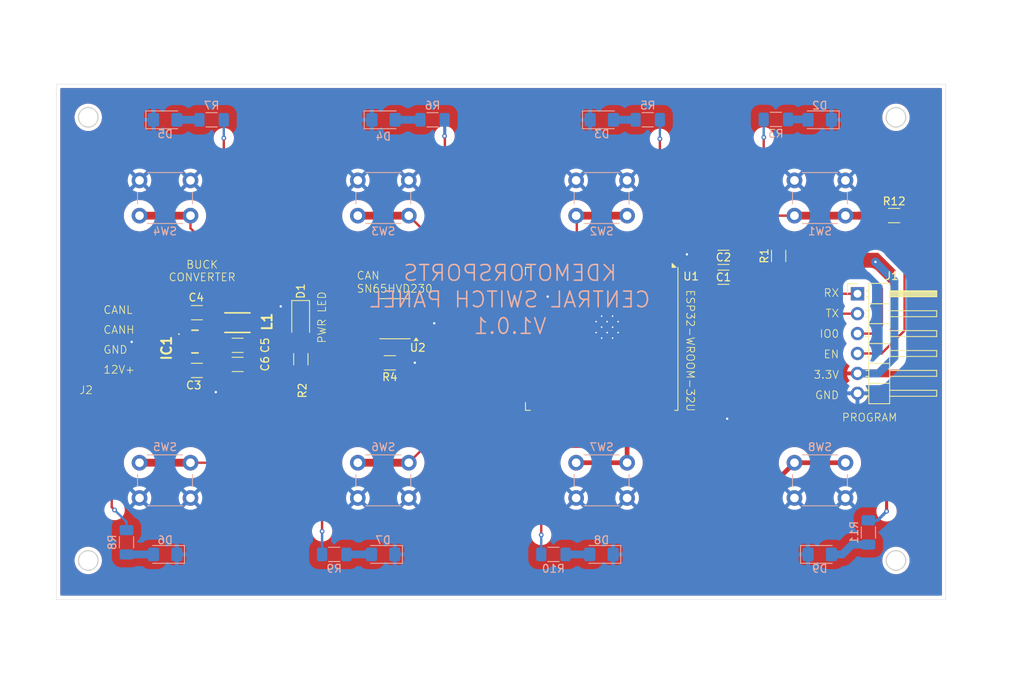
<source format=kicad_pcb>
(kicad_pcb (version 20241229) (generator "pcbnew") (generator_version "9.0")
  (layers (0 "F.Cu" signal) (2 "B.Cu" signal) (13 "F.Paste" user) (15 "B.Paste" user) (5 "F.SilkS" user "F.Silkscreen") (7 "B.SilkS" user "B.Silkscreen") (1 "F.Mask" user) (3 "B.Mask" user) (25 "Edge.Cuts" user))
  (net 0 "")
  (net 1 "+3.3V")
  (net 2 "GND")
  (net 3 "/RX")
  (net 4 "/EN")
  (net 5 "/TX")
  (net 6 "/IO0")
  (net 9 "Net-(D2-A)")
  (net 12 "Net-(D3-A)")
  (net 13 "Net-(D4-A)")
  (net 14 "Net-(D5-A)")
  (net 15 "Net-(D6-A)")
  (net 18 "Net-(D7-A)")
  (net 19 "Net-(D8-A)")
  (net 22 "Net-(D9-A)")
  (net 23 "/LED1")
  (net 24 "/LED2")
  (net 25 "/LED3")
  (net 26 "/LED4")
  (net 29 "/LED5")
  (net 32 "+12V")
  (net 33 "Net-(IC1-SW)")
  (net 34 "Net-(IC1-BST)")
  (net 35 "/CANH")
  (net 36 "/CANL")
  (net 37 "Net-(D1-A)")
  (net 38 "/LED6")
  (net 39 "Net-(U2-Rs)")
  (net 40 "/LED7")
  (net 41 "/CAN_TX")
  (net 42 "/CAN_RX")
  (net 44 "/LED8")
  (net 45 "/BTN01")
  (net 46 "/BTN02")
  (net 47 "/BTN03")
  (net 48 "/BTN04")
  (net 49 "/BTN05")
  (net 50 "/BTN06")
  (net 51 "/BTN07")
  (net 52 "/BTN08")
  (footprint "Capacitor_SMD:C_1206_3216Metric_Pad1.33x1.80mm_HandSolder" (layer "F.Cu") (at 47.8 83.0684 180)
    (property "Reference" "C6")
    (property "Value" "22uF")
  )
  (footprint "RF_Module:ESP32-WROOM-32U" (layer "F.Cu") (at 94.2266 79.8054 -90)
    (property "Reference" "U1")
    (property "Value" "ESP32-WROOM-32" (hide yes))
  )
  (footprint "Package_SO:SOIC-8_3.9x4.9mm_P1.27mm" (layer "F.Cu") (at 67.8616 77.2318 180)
    (property "Reference" "U2")
    (property "Value" "SN65HVD230")
  )
  (footprint "Capacitor_SMD:C_1206_3216Metric_Pad1.33x1.80mm_HandSolder" (layer "F.Cu") (at 47.8 80.6264 180)
    (property "Reference" "C5")
    (property "Value" "22uF")
  )
  (footprint "Capacitor_SMD:C_1206_3216Metric" (layer "F.Cu") (at 42.6116 76.4644)
    (property "Reference" "C4")
    (property "Value" "100nF")
  )
  (footprint "Capacitor_SMD:C_1206_3216Metric" (layer "F.Cu") (at 42.6116 83.8304)
    (property "Reference" "C3")
    (property "Value" "10uF")
  )
  (footprint "CustomLibraries:INDM3225X240N" (layer "F.Cu") (at 47.77 77.7344)
    (property "Reference" "L1")
    (property "Value" "NLV32T-3R9J-EF (3.9uH)" (hide yes))
  )
  (footprint "Resistor_SMD:R_1206_3216Metric_Pad1.30x1.75mm_HandSolder" (layer "F.Cu") (at 67.2066 82.8604 180)
    (property "Reference" "R4")
    (property "Value" "10k")
  )
  (footprint "CustomLibraries:AP63203WU7" (layer "F.Cu") (at 42.3626 80.1504 -90)
    (property "Reference" "IC1")
    (property "Value" "AP63203WU-7" (hide yes))
  )
  (footprint "Resistor_SMD:R_1206_3216Metric_Pad1.30x1.75mm_HandSolder" (layer "F.Cu") (at 116.7866 69.2204 90)
    (property "Reference" "R1")
    (property "Value" "10k")
  )
  (footprint "Capacitor_SMD:C_1206_3216Metric_Pad1.33x1.80mm_HandSolder" (layer "F.Cu") (at 109.7566 71.9404 180)
    (property "Reference" "C1")
    (property "Value" "22uF" (hide yes))
  )
  (footprint "Resistor_SMD:R_1206_3216Metric_Pad1.30x1.75mm_HandSolder" (layer "F.Cu") (at 55.8566 82.4004 90)
    (property "Reference" "R2")
    (property "Value" "340" (hide yes))
  )
  (footprint "CustomLibraries:CAN_PLUS_POWER" (layer "F.Cu") (at 26.0666 88.9004)
    (property "Reference" "J2")
    (property "Value" "Conn_01x04")
  )
  (footprint "Connector_PinHeader_2.54mm:PinHeader_1x06_P2.54mm_Horizontal" (layer "F.Cu") (at 126.8466 74.0504)
    (property "Reference" "J1")
    (property "Value" "Conn_01x06")
  )
  (footprint "Capacitor_SMD:C_1206_3216Metric_Pad1.33x1.80mm_HandSolder" (layer "F.Cu") (at 109.7566 69.4004 180)
    (property "Reference" "C2")
    (property "Value" "0.1uF" (hide yes))
  )
  (footprint "LED_SMD:LED_1206_3216Metric_Pad1.42x1.75mm_HandSolder" (layer "F.Cu") (at 55.8388 77.3735 -90)
    (property "Reference" "D1")
    (property "Value" "LED")
  )
  (footprint "Resistor_SMD:R_1206_3216Metric_Pad1.30x1.75mm_HandSolder" (layer "F.Cu") (at 131.5166 64.0704)
    (property "Reference" "R12")
    (property "Value" "10k")
  )
  (footprint "Resistor_SMD:R_1206_3216Metric_Pad1.30x1.75mm_HandSolder" (layer "B.Cu") (at 88.0666 107.3104)
    (property "Reference" "R10")
    (property "Value" "340")
  )
  (footprint "LED_SMD:LED_1206_3216Metric_Pad1.42x1.75mm_HandSolder" (layer "B.Cu") (at 66.3541 107.3104 180)
    (property "Reference" "D7")
    (property "Value" "LED")
  )
  (footprint "LED_SMD:LED_1206_3216Metric_Pad1.42x1.75mm_HandSolder" (layer "B.Cu") (at 94.1941 107.3104 180)
    (property "Reference" "D8")
    (property "Value" "LED")
  )
  (footprint "Resistor_SMD:R_1206_3216Metric_Pad1.30x1.75mm_HandSolder" (layer "B.Cu") (at 33.6266 105.7604 -90)
    (property "Reference" "R8")
    (property "Value" "340")
  )
  (footprint "Button_Switch_THT:SW_PUSH_6mm" (layer "B.Cu") (at 125.3066 95.6104 180)
    (property "Reference" "SW8")
    (property "Value" "SW_Push")
  )
  (footprint "Resistor_SMD:R_1206_3216Metric_Pad1.30x1.75mm_HandSolder" (layer "B.Cu") (at 116.4366 51.8004)
    (property "Reference" "R3")
    (property "Value" "340")
  )
  (footprint "Resistor_SMD:R_1206_3216Metric_Pad1.30x1.75mm_HandSolder" (layer "B.Cu") (at 44.4866 51.8504 180)
    (property "Reference" "R7")
    (property "Value" "340")
  )
  (footprint "Button_Switch_THT:SW_PUSH_6mm" (layer "B.Cu") (at 41.7866 95.6104 180)
    (property "Reference" "SW5")
    (property "Value" "SW_Push")
  )
  (footprint "LED_SMD:LED_1206_3216Metric_Pad1.42x1.75mm_HandSolder" (layer "B.Cu") (at 122.0341 107.3104)
    (property "Reference" "D9")
    (property "Value" "LED")
  )
  (footprint "Resistor_SMD:R_1206_3216Metric_Pad1.30x1.75mm_HandSolder" (layer "B.Cu") (at 72.6566 51.8504 180)
    (property "Reference" "R6")
    (property "Value" "340")
  )
  (footprint "Resistor_SMD:R_1206_3216Metric_Pad1.30x1.75mm_HandSolder" (layer "B.Cu") (at 100.0966 51.8404 180)
    (property "Reference" "R5")
    (property "Value" "340")
  )
  (footprint "Button_Switch_THT:SW_PUSH_6mm" (layer "B.Cu") (at 97.4666 95.6104 180)
    (property "Reference" "SW7")
    (property "Value" "SW_Push")
  )
  (footprint "Button_Switch_THT:SW_PUSH_6mm" (layer "B.Cu") (at 69.6266 95.6104 180)
    (property "Reference" "SW6")
    (property "Value" "SW_Push")
  )
  (footprint "LED_SMD:LED_1206_3216Metric_Pad1.42x1.75mm_HandSolder" (layer "B.Cu") (at 66.3991 51.8504)
    (property "Reference" "D4")
    (property "Value" "LED")
  )
  (footprint "LED_SMD:LED_1206_3216Metric_Pad1.42x1.75mm_HandSolder" (layer "B.Cu") (at 122.0341 51.8504 180)
    (property "Reference" "D2")
    (property "Value" "LED")
  )
  (footprint "Button_Switch_THT:SW_PUSH_6mm" (layer "B.Cu") (at 90.9666 64.0804)
    (property "Reference" "SW2")
    (property "Value" "SW_Push")
  )
  (footprint "Resistor_SMD:R_1206_3216Metric_Pad1.30x1.75mm_HandSolder" (layer "B.Cu") (at 128.2366 104.5104 -90)
    (property "Reference" "R11")
    (property "Value" "340")
  )
  (footprint "Button_Switch_THT:SW_PUSH_6mm" (layer "B.Cu") (at 118.8066 64.0804)
    (property "Reference" "SW1")
    (property "Value" "SW_Push")
  )
  (footprint "Button_Switch_THT:SW_PUSH_6mm" (layer "B.Cu") (at 63.1266 64.0804)
    (property "Reference" "SW3")
    (property "Value" "SW_Push")
  )
  (footprint "LED_SMD:LED_1206_3216Metric_Pad1.42x1.75mm_HandSolder" (layer "B.Cu") (at 38.5591 107.3104 180)
    (property "Reference" "D6")
    (property "Value" "LED")
  )
  (footprint "LED_SMD:LED_1206_3216Metric_Pad1.42x1.75mm_HandSolder" (layer "B.Cu") (at 38.5591 51.8504)
    (property "Reference" "D5")
    (property "Value" "LED")
  )
  (footprint "LED_SMD:LED_1206_3216Metric_Pad1.42x1.75mm_HandSolder" (layer "B.Cu") (at 94.2391 51.8504)
    (property "Reference" "D3")
    (property "Value" "LED")
  )
  (footprint "Resistor_SMD:R_1206_3216Metric_Pad1.30x1.75mm_HandSolder" (layer "B.Cu") (at 60.1166 107.3104)
    (property "Reference" "R9")
    (property "Value" "340")
  )
  (footprint "Button_Switch_THT:SW_PUSH_6mm" (layer "B.Cu") (at 35.2866 64.0804)
    (property "Reference" "SW4")
    (property "Value" "SW_Push")
  )
  (gr_rect (start 24.6866 47.3004) (end 138.1066 113.0704) (stroke (width 0.05)) (fill no) (layer "Edge.Cuts"))
  (gr_circle (center 28.750676 51.530516) (end 30.000676 51.530516) (stroke (width 0.16)) (fill no) (layer "Edge.Cuts"))
  (gr_circle (center 131.750676 51.530516) (end 133.000676 51.530516) (stroke (width 0.16)) (fill no) (layer "Edge.Cuts"))
  (gr_circle (center 131.750676 108.083071) (end 130.500676 108.083071) (stroke (width 0.16)) (fill no) (layer "Edge.Cuts"))
  (gr_circle (center 28.750676 108.083071) (end 27.500676 108.083071) (stroke (width 0.16)) (fill no) (layer "Edge.Cuts"))
  (gr_text "PWR LED" (at 59.1366 80.4404 90) (layer "F.SilkS") (effects (font (size 1 1) (thickness 0.1)) (justify left bottom)))
  (gr_text "IO0" (at 124.5566 79.1604 0) (layer "F.SilkS") (effects (font (size 1 1) (thickness 0.1)) (justify right)))
  (gr_text "EN" (at 124.5566 81.7704 0) (layer "F.SilkS") (effects (font (size 1 1) (thickness 0.1)) (justify right)))
  (gr_text "PROGRAM" (at 124.7966 90.4204 0) (layer "F.SilkS") (effects (font (size 1 1) (thickness 0.1)) (justify left bottom)))
  (gr_text "3.3V" (at 124.5566 84.3804 0) (layer "F.SilkS") (effects (font (size 1 1) (thickness 0.1)) (justify right)))
  (gr_text "RX" (at 124.5566 73.9404 0) (layer "F.SilkS") (effects (font (size 1 1) (thickness 0.1)) (justify right)))
  (gr_text "GND" (at 124.5566 86.9904 0) (layer "F.SilkS") (effects (font (size 1 1) (thickness 0.1)) (justify right)))
  (gr_text "CAN" (at 62.9266 72.3104 0) (layer "F.SilkS") (effects (font (size 1 1) (thickness 0.1)) (justify left bottom)))
  (gr_text "BUCK\nCONVERTER" (at 43.2766 71.1304 0) (layer "F.SilkS") (effects (font (size 1 1) (thickness 0.1))))
  (gr_text "ESP32-WROOM-32U" (at 104.9466 73.4604 270) (layer "F.SilkS") (effects (font (size 1 1) (thickness 0.1)) (justify left bottom)))
  (gr_text "SN65HVD230" (at 62.9266 73.9804 0) (layer "F.SilkS") (effects (font (size 1 1) (thickness 0.1)) (justify left bottom)))
  (gr_text "TX" (at 124.5566 76.5504 0) (layer "F.SilkS") (effects (font (size 1 1) (thickness 0.1)) (justify right)))
  (gr_text "CENTRAL SWITCH PANEL" (at 100.574697 75.9604 0) (layer "B.SilkS") (effects (font (size 2 2) (thickness 0.2)) (justify left bottom mirror)))
  (gr_text "KDEMOTORSPORTS" (at 96.288981 72.5704 0) (layer "B.SilkS") (effects (font (size 2 2) (thickness 0.2)) (justify left bottom mirror)))
  (gr_text "V1.0.1" (at 87.3366 79.3504 0) (layer "B.SilkS") (effects (font (size 2 2) (thickness 0.2)) (justify left bottom mirror)))
  (segment (start 68.413 76.5968) (end 70.3366 76.5968) (width 0.4) (layer "F.Cu") (net 1))
  (segment (start 55.8566 84.9804) (end 55.8566 83.9504) (width 0.3) (layer "F.Cu") (net 1))
  (segment (start 64.7666 86.7104) (end 57.5866 86.7104) (width 0.3) (layer "F.Cu") (net 1))
  (segment (start 116.7866 70.7704) (end 118.5766 70.7704) (width 0.7) (layer "F.Cu") (net 1))
  (segment (start 49.27 75.5038) (end 49.27 77.7344) (width 0.6) (layer "F.Cu") (net 1))
  (segment (start 57.5866 86.7104) (end 55.8566 84.9804) (width 0.3) (layer "F.Cu") (net 1))
  (segment (start 39.1766 79.2004) (end 38.6866 78.7104) (width 0.6) (layer "F.Cu") (net 1))
  (segment (start 47.4366 73.6704) (end 49.27 75.5038) (width 0.6) (layer "F.Cu") (net 1))
  (segment (start 67.1566 84.3204) (end 64.7666 86.7104) (width 0.3) (layer "F.Cu") (net 1))
  (segment (start 110.8566 67.4904) (end 111.3191 67.9529) (width 0.7) (layer "F.Cu") (net 1))
  (segment (start 39.8466 73.6704) (end 47.4366 73.6704) (width 0.6) (layer "F.Cu") (net 1))
  (segment (start 126.8466 84.2104) (end 135.8966 84.2104) (width 1) (layer "F.Cu") (net 1))
  (segment (start 111.3191 69.4004) (end 111.3191 71.9404) (width 0.7) (layer "F.Cu") (net 1))
  (segment (start 101.2116 71.0554) (end 101.2116 69.8354) (width 0.7) (layer "F.Cu") (net 1))
  (segment (start 118.5766 70.7704) (end 119.3566 69.9904) (width 0.7) (layer "F.Cu") (net 1))
  (segment (start 67.8666 73.8304) (end 67.8666 76.0504) (width 0.4) (layer "F.Cu") (net 1))
  (segment (start 101.2116 69.8354) (end 103.5566 67.4904) (width 0.7) (layer "F.Cu") (net 1))
  (segment (start 69.0302 76.5968) (end 67.1566 78.4704) (width 0.3) (layer "F.Cu") (net 1))
  (segment (start 38.6866 74.8304) (end 39.8466 73.6704) (width 0.6) (layer "F.Cu") (net 1))
  (segment (start 113.7466 71.9404) (end 114.9166 70.7704) (width 0.7) (layer "F.Cu") (net 1))
  (segment (start 41.2636 79.2004) (end 39.1766 79.2004) (width 0.6) (layer "F.Cu") (net 1))
  (segment (start 38.6866 78.7104) (end 38.6866 74.8304) (width 0.6) (layer "F.Cu") (net 1))
  (segment (start 111.3191 71.9404) (end 113.7466 71.9404) (width 0.7) (layer "F.Cu") (net 1))
  (segment (start 101.2116 71.0554) (end 101.2116 71.8554) (width 0.4) (layer "F.Cu") (net 1))
  (segment (start 68.8366 72.8604) (end 67.8666 73.8304) (width 0.4) (layer "F.Cu") (net 1))
  (segment (start 103.5566 67.4904) (end 110.8566 67.4904) (width 0.7) (layer "F.Cu") (net 1))
  (segment (start 111.3191 71.9404) (end 111.3191 72.3379) (width 0.7) (layer "F.Cu") (net 1))
  (segment (start 67.8666 76.0504) (end 68.413 76.5968) (width 0.4) (layer "F.Cu") (net 1))
  (segment (start 49.3625 83.0684) (end 54.9746 83.0684) (width 0.7) (layer "F.Cu") (net 1))
  (segment (start 67.1566 78.4704) (end 67.1566 84.3204) (width 0.3) (layer "F.Cu") (net 1))
  (segment (start 119.3566 69.9904) (end 129.1366 69.9904) (width 0.7) (layer "F.Cu") (net 1))
  (segment (start 111.3191 67.9529) (end 111.3191 69.4004) (width 0.7) (layer "F.Cu") (net 1))
  (segment (start 114.9166 70.7704) (end 116.7866 70.7704) (width 0.7) (layer "F.Cu") (net 1))
  (segment (start 70.3366 76.5968) (end 69.0302 76.5968) (width 0.4) (layer "F.Cu") (net 1))
  (segment (start 100.2066 72.8604) (end 68.8366 72.8604) (width 0.4) (layer "F.Cu") (net 1))
  (segment (start 54.9746 83.0684) (end 55.8566 83.9504) (width 0.7) (layer "F.Cu") (net 1))
  (segment (start 101.2116 71.8554) (end 100.2066 72.8604) (width 0.4) (layer "F.Cu") (net 1))
  (via (at 129.1366 69.9904) (size 1.1) (drill 0.3) (layers "F.Cu" "B.Cu") (net 1))
  (segment (start 131.5566 72.4104) (end 129.1366 69.9904) (width 1) (layer "B.Cu") (net 1))
  (segment (start 131.5566 82.1604) (end 131.5566 72.4104) (width 1) (layer "B.Cu") (net 1))
  (segment (start 129.5066 84.2104) (end 131.5566 82.1604) (width 1) (layer "B.Cu") (net 1))
  (segment (start 126.8466 84.2104) (end 129.5066 84.2104) (width 1) (layer "B.Cu") (net 1))
  (segment (start 43.4616 81.1004) (end 43.4616 81.9704) (width 0.6) (layer "F.Cu") (net 2))
  (segment (start 102.4816 88.5554) (end 106.7116 88.5554) (width 0.7) (layer "F.Cu") (net 2))
  (segment (start 54.5222 75.886) (end 55.8388 75.886) (width 0.2) (layer "F.Cu") (net 2))
  (segment (start 43.4616 81.9704) (end 44.0866 82.5954) (width 0.6) (layer "F.Cu") (net 2))
  (segment (start 44.6916 83.8304) (end 45.4536 83.0684) (width 0.7) (layer "F.Cu") (net 2))
  (segment (start 107.9866 89.8304) (end 108.1466 89.9904) (width 0.7) (layer "F.Cu") (net 2))
  (segment (start 44.0866 85.6704) (end 45.0166 86.6004) (width 0.6) (layer "F.Cu") (net 2))
  (segment (start 106.7116 88.5554) (end 107.9866 89.8304) (width 0.7) (layer "F.Cu") (net 2))
  (segment (start 32.4166 81.2804) (end 28.6066 81.2804) (width 0.7) (layer "F.Cu") (net 2))
  (segment (start 87.0166 74.0904) (end 87.3366 74.4104) (width 0.4) (layer "F.Cu") (net 2))
  (segment (start 44.0866 82.5954) (end 44.0866 83.8304) (width 0.6) (layer "F.Cu") (net 2))
  (segment (start 72.8302 77.8668) (end 72.8766 77.8204) (width 0.2) (layer "F.Cu") (net 2))
  (segment (start 46.2375 85.3795) (end 45.0166 86.6004) (width 0.7) (layer "F.Cu") (net 2))
  (segment (start 108.1941 69.4004) (end 108.1941 71.9404) (width 1) (layer "F.Cu") (net 2))
  (segment (start 53.2966 75.6604) (end 54.2966 75.6604) (width 0.2) (layer "F.Cu") (net 2))
  (segment (start 54.2966 75.6604) (end 54.5222 75.886) (width 0.2) (layer "F.Cu") (net 2))
  (segment (start 33.5066 80.1904) (end 32.4166 81.2804) (width 0.7) (layer "F.Cu") (net 2))
  (segment (start 70.3866 82.8604) (end 70.3966 82.8504) (width 0.2) (layer "F.Cu") (net 2))
  (segment (start 44.0866 83.8304) (end 44.0866 85.6704) (width 0.6) (layer "F.Cu") (net 2))
  (segment (start 34.2866 80.1904) (end 33.5066 80.1904) (width 0.7) (layer "F.Cu") (net 2))
  (segment (start 108.1941 69.4004) (end 105.4766 69.4004) (width 1) (layer "F.Cu") (net 2))
  (segment (start 108.1466 89.9904) (end 110.2266 89.9904) (width 0.7) (layer "F.Cu") (net 2))
  (segment (start 84.8766 74.0904) (end 87.0166 74.0904) (width 0.4) (layer "F.Cu") (net 2))
  (segment (start 70.3366 77.8668) (end 72.8302 77.8668) (width 0.2) (layer "F.Cu") (net 2))
  (segment (start 46.2375 80.6264) (end 46.2375 83.0684) (width 0.7) (layer "F.Cu") (net 2))
  (segment (start 45.4536 83.0684) (end 46.2375 83.0684) (width 0.7) (layer "F.Cu") (net 2))
  (segment (start 46.2375 83.0684) (end 46.2375 85.3795) (width 0.7) (layer "F.Cu") (net 2))
  (segment (start 94.2166 79.7054) (end 93.7316 79.7054) (width 0.2) (layer "F.Cu") (net 2))
  (segment (start 68.7566 82.8604) (end 70.3866 82.8604) (width 0.2) (layer "F.Cu") (net 2))
  (segment (start 44.0866 83.8304) (end 44.6916 83.8304) (width 0.7) (layer "F.Cu") (net 2))
  (segment (start 105.4766 69.4004) (end 105.0966 69.0204) (width 1) (layer "F.Cu") (net 2))
  (segment (start 102.4816 71.0554) (end 103.0616 71.0554) (width 0.6) (layer "F.Cu") (net 2))
  (segment (start 103.0616 71.0554) (end 105.0966 69.0204) (width 0.6) (layer "F.Cu") (net 2))
  (via (at 72.8766 77.8204) (size 0.6) (drill 0.3) (layers "F.Cu" "B.Cu") (net 2))
  (via (at 45.0166 86.6004) (size 1.1) (drill 0.3) (layers "F.Cu" "B.Cu") (net 2))
  (via (at 34.2866 80.1904) (size 1.1) (drill 0.3) (layers "F.Cu" "B.Cu") (net 2))
  (via (at 70.3966 82.8504) (size 0.6) (drill 0.3) (layers "F.Cu" "B.Cu") (net 2))
  (via (at 87.3366 74.4104) (size 0.6) (drill 0.3) (layers "F.Cu" "B.Cu") (net 2))
  (via (at 53.2966 75.6604) (size 0.6) (drill 0.3) (layers "F.Cu" "B.Cu") (net 2))
  (via (at 110.2266 89.9904) (size 1.1) (drill 0.3) (layers "F.Cu" "B.Cu") (net 2))
  (via (at 105.0966 69.0204) (size 1.1) (drill 0.3) (layers "F.Cu" "B.Cu") (net 2))
  (segment (start 122.2866 74.0504) (end 126.8466 74.0504) (width 0.3) (layer "F.Cu") (net 3))
  (segment (start 118.1166 78.2204) (end 122.2866 74.0504) (width 0.3) (layer "F.Cu") (net 3))
  (segment (start 97.4016 88.5554) (end 97.4016 86.8354) (width 0.3) (layer "F.Cu") (net 3))
  (segment (start 99.1666 85.0704) (end 114.8466 85.0704) (width 0.3) (layer "F.Cu") (net 3))
  (segment (start 114.8466 85.0704) (end 118.1166 81.8004) (width 0.3) (layer "F.Cu") (net 3))
  (segment (start 97.4016 86.8354) (end 99.1666 85.0704) (width 0.3) (layer "F.Cu") (net 3))
  (segment (start 118.1166 81.8004) (end 118.1166 78.2204) (width 0.3) (layer "F.Cu") (net 3))
  (segment (start 132.8466 70.5504) (end 129.9666 67.6704) (width 0.3) (layer "F.Cu") (net 4))
  (segment (start 112.7866 67.6704) (end 111.5766 66.4604) (width 0.3) (layer "F.Cu") (net 4))
  (segment (start 99.9566 69.3004) (end 99.9566 71.0404) (width 0.3) (layer "F.Cu") (net 4))
  (segment (start 102.7966 66.4604) (end 99.9566 69.3004) (width 0.3) (layer "F.Cu") (net 4))
  (segment (start 126.8366 81.6804) (end 126.8466 81.6704) (width 0.2) (layer "F.Cu") (net 4))
  (segment (start 129.9666 67.6704) (end 112.7866 67.6704) (width 0.3) (layer "F.Cu") (net 4))
  (segment (start 111.5766 66.4604) (end 102.7966 66.4604) (width 0.3) (layer "F.Cu") (net 4))
  (segment (start 126.8466 81.6704) (end 129.9166 81.6704) (width 0.3) (layer "F.Cu") (net 4))
  (segment (start 99.9566 71.0404) (end 99.9416 71.0554) (width 0.2) (layer "F.Cu") (net 4))
  (segment (start 132.8466 78.7404) (end 132.8466 70.5504) (width 0.3) (layer "F.Cu") (net 4))
  (segment (start 129.9166 81.6704) (end 132.8466 78.7404) (width 0.3) (layer "F.Cu") (net 4))
  (segment (start 119.8566 78.8604) (end 122.1266 76.5904) (width 0.3) (layer "F.Cu") (net 5))
  (segment (start 99.5366 86.3104) (end 115.8766 86.3104) (width 0.3) (layer "F.Cu") (net 5))
  (segment (start 119.8566 82.3304) (end 119.8566 78.8604) (width 0.3) (layer "F.Cu") (net 5))
  (segment (start 122.1266 76.5904) (end 126.8466 76.5904) (width 0.3) (layer "F.Cu") (net 5))
  (segment (start 115.8766 86.3104) (end 119.8566 82.3304) (width 0.3) (layer "F.Cu") (net 5))
  (segment (start 98.6716 87.1754) (end 99.5366 86.3104) (width 0.3) (layer "F.Cu") (net 5))
  (segment (start 98.6716 88.5554) (end 98.6716 87.1754) (width 0.3) (layer "F.Cu") (net 5))
  (segment (start 126.8466 79.1304) (end 128.9066 79.1304) (width 0.3) (layer "F.Cu") (net 6))
  (segment (start 90.1746 83.8204) (end 85.9716 88.0234) (width 0.3) (layer "F.Cu") (net 6))
  (segment (start 116.1666 76.0304) (end 116.1666 81.4404) (width 0.3) (layer "F.Cu") (net 6))
  (segment (start 129.9566 73.4004) (end 128.4266 71.8704) (width 0.3) (layer "F.Cu") (net 6))
  (segment (start 128.9066 79.1304) (end 129.9566 78.0804) (width 0.3) (layer "F.Cu") (net 6))
  (segment (start 128.4266 71.8704) (end 120.3266 71.8704) (width 0.3) (layer "F.Cu") (net 6))
  (segment (start 120.3266 71.8704) (end 116.1666 76.0304) (width 0.3) (layer "F.Cu") (net 6))
  (segment (start 113.7866 83.8204) (end 90.1746 83.8204) (width 0.3) (layer "F.Cu") (net 6))
  (segment (start 116.1666 81.4404) (end 113.7866 83.8204) (width 0.3) (layer "F.Cu") (net 6))
  (segment (start 129.9566 78.0804) (end 129.9566 73.4004) (width 0.3) (layer "F.Cu") (net 6))
  (segment (start 85.9716 88.0234) (end 85.9716 88.5554) (width 0.2) (layer "F.Cu") (net 6))
  (segment (start 117.9866 51.8004) (end 120.4966 51.8004) (width 1) (layer "B.Cu") (net 9))
  (segment (start 120.4966 51.8004) (end 120.5466 51.8504) (width 0.2) (layer "B.Cu") (net 9))
  (segment (start 98.5366 51.8504) (end 98.5466 51.8404) (width 0.2) (layer "B.Cu") (net 12))
  (segment (start 95.7266 51.8504) (end 98.5366 51.8504) (width 1) (layer "B.Cu") (net 12))
  (segment (start 67.8866 51.8504) (end 71.1066 51.8504) (width 1) (layer "B.Cu") (net 13))
  (segment (start 40.0466 51.8504) (end 42.9366 51.8504) (width 1) (layer "B.Cu") (net 14))
  (segment (start 37.0716 107.3104) (end 33.6266 107.3104) (width 1) (layer "B.Cu") (net 15))
  (segment (start 64.8666 107.3104) (end 61.6666 107.3104) (width 1) (layer "B.Cu") (net 18))
  (segment (start 89.6166 107.3104) (end 92.7066 107.3104) (width 1) (layer "B.Cu") (net 19))
  (segment (start 126.1666 106.0604) (end 128.2366 106.0604) (width 1) (layer "B.Cu") (net 22))
  (segment (start 124.9166 107.3104) (end 126.1666 106.0604) (width 1) (layer "B.Cu") (net 22))
  (segment (start 123.5216 107.3104) (end 124.9166 107.3104) (width 1) (layer "B.Cu") (net 22))
  (segment (start 111.4066 64.9404) (end 114.8866 61.4604) (width 0.3) (layer "F.Cu") (net 23))
  (segment (start 98.4566 68.1904) (end 101.7066 64.9404) (width 0.3) (layer "F.Cu") (net 23))
  (segment (start 101.7066 64.9404) (end 111.4066 64.9404) (width 0.3) (layer "F.Cu") (net 23))
  (segment (start 114.8966 54.0904) (end 114.8866 54.1004) (width 0.2) (layer "F.Cu") (net 23))
  (segment (start 93.5916 71.0554) (end 93.5916 69.6054) (width 0.3) (layer "F.Cu") (net 23))
  (segment (start 95.0066 68.1904) (end 98.4566 68.1904) (width 0.3) (layer "F.Cu") (net 23))
  (segment (start 93.5916 69.6054) (end 95.0066 68.1904) (width 0.3) (layer "F.Cu") (net 23))
  (segment (start 114.8866 61.4604) (end 114.8866 54.1004) (width 0.3) (layer "F.Cu") (net 23))
  (via (at 114.8966 54.0904) (size 0.6) (drill 0.3) (layers "F.Cu" "B.Cu") (net 23))
  (segment (start 114.8866 51.8004) (end 114.8866 54.0804) (width 0.3) (layer "B.Cu") (net 23))
  (segment (start 114.8866 54.0804) (end 114.8966 54.0904) (width 0.2) (layer "B.Cu") (net 23))
  (segment (start 92.3216 71.0554) (end 92.3216 68.1854) (width 0.3) (layer "F.Cu") (net 24))
  (segment (start 101.6466 63.7004) (end 101.6466 54.2804) (width 0.3) (layer "F.Cu") (net 24))
  (segment (start 93.2766 67.2304) (end 98.1166 67.2304) (width 0.3) (layer "F.Cu") (net 24))
  (segment (start 92.3216 68.1854) (end 93.2766 67.2304) (width 0.3) (layer "F.Cu") (net 24))
  (segment (start 98.1166 67.2304) (end 101.6466 63.7004) (width 0.3) (layer "F.Cu") (net 24))
  (via (at 101.6466 54.2804) (size 0.6) (drill 0.3) (layers "F.Cu" "B.Cu") (net 24))
  (segment (start 101.6466 51.8404) (end 101.6466 54.2804) (width 0.3) (layer "B.Cu") (net 24))
  (segment (start 86.8366 65.6704) (end 81.1866 65.6704) (width 0.3) (layer "F.Cu") (net 25))
  (segment (start 74.2266 58.7104) (end 81.1866 65.6704) (width 0.3) (layer "F.Cu") (net 25))
  (segment (start 89.7816 68.6154) (end 86.8366 65.6704) (width 0.3) (layer "F.Cu") (net 25))
  (segment (start 89.7816 71.0554) (end 89.7816 68.6154) (width 0.3) (layer "F.Cu") (net 25))
  (segment (start 74.2266 53.9604) (end 74.2266 58.7104) (width 0.3) (layer "F.Cu") (net 25))
  (segment (start 74.1866 53.9204) (end 74.2266 53.9604) (width 0.2) (layer "F.Cu") (net 25))
  (via (at 74.1866 53.9204) (size 0.6) (drill 0.3) (layers "F.Cu" "B.Cu") (net 25))
  (segment (start 74.2066 51.8504) (end 74.2066 53.9004) (width 0.4) (layer "B.Cu") (net 25))
  (segment (start 74.2066 53.9004) (end 74.1866 53.9204) (width 0.2) (layer "B.Cu") (net 25))
  (segment (start 62.7766 68.6404) (end 85.6866 68.6404) (width 0.3) (layer "F.Cu") (net 26))
  (segment (start 46.0366 59.3004) (end 52.2166 65.4804) (width 0.3) (layer "F.Cu") (net 26))
  (segment (start 52.2166 65.4804) (end 59.6166 65.4804) (width 0.3) (layer "F.Cu") (net 26))
  (segment (start 85.6866 68.6404) (end 87.2416 70.1954) (width 0.3) (layer "F.Cu") (net 26))
  (segment (start 46.0366 54.1904) (end 46.0366 59.3004) (width 0.3) (layer "F.Cu") (net 26))
  (segment (start 87.2416 70.1954) (end 87.2416 71.0554) (width 0.3) (layer "F.Cu") (net 26))
  (segment (start 59.6166 65.4804) (end 62.7766 68.6404) (width 0.3) (layer "F.Cu") (net 26))
  (via (at 46.0366 54.1904) (size 0.6) (drill 0.3) (layers "F.Cu" "B.Cu") (net 26))
  (segment (start 46.0366 51.8504) (end 46.0366 54.1904) (width 0.3) (layer "B.Cu") (net 26))
  (segment (start 87.2416 89.6054) (end 86.6366 90.2104) (width 0.3) (layer "F.Cu") (net 29))
  (segment (start 31.7466 92.8504) (end 34.3866 90.2104) (width 0.3) (layer "F.Cu") (net 29))
  (segment (start 31.7466 101.2804) (end 31.7466 92.8504) (width 0.3) (layer "F.Cu") (net 29))
  (segment (start 87.2416 88.5554) (end 87.2416 89.6054) (width 0.3) (layer "F.Cu") (net 29))
  (segment (start 34.3866 90.2104) (end 48.8266 90.2104) (width 0.3) (layer "F.Cu") (net 29))
  (segment (start 86.6366 90.2104) (end 48.8266 90.2104) (width 0.3) (layer "F.Cu") (net 29))
  (segment (start 32.1066 101.6404) (end 31.7466 101.2804) (width 0.3) (layer "F.Cu") (net 29))
  (via (at 32.1066 101.6404) (size 0.6) (drill 0.3) (layers "F.Cu" "B.Cu") (net 29))
  (segment (start 33.6266 103.1604) (end 32.1066 101.6404) (width 0.3) (layer "B.Cu") (net 29))
  (segment (start 33.6266 104.2104) (end 33.6266 103.1604) (width 0.3) (layer "B.Cu") (net 29))
  (segment (start 41.2636 80.1504) (end 41.2636 81.1004) (width 0.6) (layer "F.Cu") (net 32))
  (segment (start 41.2636 81.1004) (end 41.2636 83.7034) (width 0.6) (layer "F.Cu") (net 32))
  (segment (start 41.1266 83.8204) (end 41.1366 83.8304) (width 0.2) (layer "F.Cu") (net 32))
  (segment (start 28.6066 83.8204) (end 41.1266 83.8204) (width 1) (layer "F.Cu") (net 32))
  (segment (start 41.2636 83.7034) (end 41.1366 83.8304) (width 0.6) (layer "F.Cu") (net 32))
  (segment (start 44.8716 79.6904) (end 44.8716 78.0504) (width 0.7) (layer "F.Cu") (net 33))
  (segment (start 44.4116 80.1504) (end 44.8716 79.6904) (width 0.7) (layer "F.Cu") (net 33))
  (segment (start 45.1876 77.7344) (end 46.27 77.7344) (width 0.2) (layer "F.Cu") (net 33))
  (segment (start 44.0866 76.4644) (end 44.0866 77.2654) (width 0.7) (layer "F.Cu") (net 33))
  (segment (start 43.4616 80.1504) (end 44.4116 80.1504) (width 0.7) (layer "F.Cu") (net 33))
  (segment (start 44.0866 77.2654) (end 44.5556 77.7344) (width 0.7) (layer "F.Cu") (net 33))
  (segment (start 44.5556 77.7344) (end 46.27 77.7344) (width 0.7) (layer "F.Cu") (net 33))
  (segment (start 43.0016 79.2004) (end 42.9916 79.2104) (width 0.6) (layer "F.Cu") (net 34))
  (segment (start 43.4616 79.2004) (end 43.0016 79.2004) (width 0.6) (layer "F.Cu") (net 34))
  (segment (start 42.3416 78.7104) (end 42.3416 76.7904) (width 0.6) (layer "F.Cu") (net 34))
  (segment (start 42.8416 79.2104) (end 42.3416 78.7104) (width 0.6) (layer "F.Cu") (net 34))
  (segment (start 42.0156 76.4644) (end 41.1366 76.4644) (width 0.6) (layer "F.Cu") (net 34))
  (segment (start 42.3416 76.7904) (end 42.0156 76.4644) (width 0.6) (layer "F.Cu") (net 34))
  (segment (start 31.3366 78.7404) (end 28.6066 78.7404) (width 0.3) (layer "F.Cu") (net 35))
  (segment (start 54.2666 71.4304) (end 38.6466 71.4304) (width 0.3) (layer "F.Cu") (net 35))
  (segment (start 60.703 77.8668) (end 54.2666 71.4304) (width 0.3) (layer "F.Cu") (net 35))
  (segment (start 38.6466 71.4304) (end 31.3366 78.7404) (width 0.3) (layer "F.Cu") (net 35))
  (segment (start 65.3866 77.8668) (end 60.703 77.8668) (width 0.3) (layer "F.Cu") (net 35))
  (segment (start 61.313 76.5968) (end 65.3866 76.5968) (width 0.3) (layer "F.Cu") (net 36))
  (segment (start 28.6066 76.2004) (end 34.4566 70.3504) (width 0.3) (layer "F.Cu") (net 36))
  (segment (start 34.4566 70.3504) (end 55.0666 70.3504) (width 0.3) (layer "F.Cu") (net 36))
  (segment (start 55.0666 70.3504) (end 61.313 76.5968) (width 0.3) (layer "F.Cu") (net 36))
  (segment (start 55.8388 78.861) (end 55.8388 80.8326) (width 0.7) (layer "F.Cu") (net 37))
  (segment (start 55.8388 80.8326) (end 55.8566 80.8504) (width 0.2) (layer "F.Cu") (net 37))
  (segment (start 89.7816 90.7654) (end 89.7816 88.5554) (width 0.3) (layer "F.Cu") (net 38))
  (segment (start 60.3166 91.9904) (end 88.5566 91.9904) (width 0.3) (layer "F.Cu") (net 38))
  (segment (start 58.5766 104.3604) (end 58.5666 104.3704) (width 0.2) (layer "F.Cu") (net 38))
  (segment (start 58.5666 93.7404) (end 60.3166 91.9904) (width 0.3) (layer "F.Cu") (net 38))
  (segment (start 88.5566 91.9904) (end 89.7816 90.7654) (width 0.3) (layer "F.Cu") (net 38))
  (segment (start 58.5666 104.3704) (end 58.5666 93.7404) (width 0.3) (layer "F.Cu") (net 38))
  (via (at 58.5766 104.3604) (size 0.6) (drill 0.3) (layers "F.Cu" "B.Cu") (net 38))
  (segment (start 58.5666 107.3104) (end 58.5666 104.3704) (width 0.3) (layer "B.Cu") (net 38))
  (segment (start 58.5666 104.3704) (end 58.5766 104.3604) (width 0.2) (layer "B.Cu") (net 38))
  (segment (start 65.3866 80.4404) (end 65.6566 80.7104) (width 0.2) (layer "F.Cu") (net 39))
  (segment (start 65.3866 79.1368) (end 65.3866 80.4404) (width 0.2) (layer "F.Cu") (net 39))
  (segment (start 65.6566 80.7104) (end 65.6566 82.8604) (width 0.2) (layer "F.Cu") (net 39))
  (segment (start 91.6666 93.5704) (end 93.5916 91.6454) (width 0.3) (layer "F.Cu") (net 40))
  (segment (start 86.5166 104.8204) (end 86.5166 94.3004) (width 0.3) (layer "F.Cu") (net 40))
  (segment (start 86.5166 94.3004) (end 87.2466 93.5704) (width 0.3) (layer "F.Cu") (net 40))
  (segment (start 87.2466 93.5704) (end 91.6666 93.5704) (width 0.3) (layer "F.Cu") (net 40))
  (segment (start 93.5916 91.6454) (end 93.5916 88.5554) (width 0.3) (layer "F.Cu") (net 40))
  (via (at 86.5166 104.8204) (size 0.6) (drill 0.3) (layers "F.Cu" "B.Cu") (net 40))
  (segment (start 86.5166 107.3104) (end 86.5166 104.8204) (width 0.3) (layer "B.Cu") (net 40))
  (segment (start 84.8766 84.2504) (end 80.2566 84.2504) (width 0.3) (layer "F.Cu") (net 41))
  (segment (start 80.2566 84.2504) (end 75.143 79.1368) (width 0.3) (layer "F.Cu") (net 41))
  (segment (start 75.143 79.1368) (end 70.3366 79.1368) (width 0.3) (layer "F.Cu") (net 41))
  (segment (start 84.8766 75.3604) (end 78.0866 75.3604) (width 0.3) (layer "F.Cu") (net 42))
  (segment (start 78.0866 75.3604) (end 78.053 75.3268) (width 0.2) (layer "F.Cu") (net 42))
  (segment (start 78.053 75.3268) (end 70.3366 75.3268) (width 0.3) (layer "F.Cu") (net 42))
  (segment (start 130.5566 101.8104) (end 130.5566 94.9304) (width 0.4) (layer "F.Cu") (net 44))
  (segment (start 127.7666 92.1404) (end 102.6766 92.1404) (width 0.4) (layer "F.Cu") (net 44))
  (segment (start 102.6766 92.1404) (end 101.2116 90.6754) (width 0.4) (layer "F.Cu") (net 44))
  (segment (start 101.2116 90.6754) (end 101.2116 88.5554) (width 0.4) (layer "F.Cu") (net 44))
  (segment (start 130.5566 94.9304) (end 127.7666 92.1404) (width 0.4) (layer "F.Cu") (net 44))
  (via (at 130.5566 101.8104) (size 0.6) (drill 0.3) (layers "F.Cu" "B.Cu") (net 44))
  (segment (start 128.2366 102.9604) (end 129.4066 102.9604) (width 0.4) (layer "B.Cu") (net 44))
  (segment (start 129.4066 102.9604) (end 130.5566 101.8104) (width 0.4) (layer "B.Cu") (net 44))
  (segment (start 125.3066 64.0804) (end 118.8066 64.0804) (width 1) (layer "F.Cu") (net 45))
  (segment (start 127.0366 64.0804) (end 125.3066 64.0804) (width 1) (layer "F.Cu") (net 45))
  (segment (start 97.2366 69.0604) (end 98.7266 69.0604) (width 0.3) (layer "F.Cu") (net 45))
  (segment (start 127.0366 64.0804) (end 127.0466 64.0704) (width 1) (layer "F.Cu") (net 45))
  (segment (start 102.1166 65.6704) (end 112.8766 65.6704) (width 0.3) (layer "F.Cu") (net 45))
  (segment (start 96.1316 70.1654) (end 97.2366 69.0604) (width 0.3) (layer "F.Cu") (net 45))
  (segment (start 114.4666 64.0804) (end 118.8066 64.0804) (width 0.3) (layer "F.Cu") (net 45))
  (segment (start 127.0466 64.0704) (end 129.9666 64.0704) (width 1) (layer "F.Cu") (net 45))
  (segment (start 96.1316 71.0554) (end 96.1316 70.1654) (width 0.3) (layer "F.Cu") (net 45))
  (segment (start 112.8766 65.6704) (end 114.4666 64.0804) (width 0.3) (layer "F.Cu") (net 45))
  (segment (start 98.7266 69.0604) (end 102.1166 65.6704) (width 0.3) (layer "F.Cu") (net 45))
  (segment (start 91.0516 71.0554) (end 91.0516 64.1654) (width 0.3) (layer "F.Cu") (net 46))
  (segment (start 91.0516 64.1654) (end 90.9666 64.0804) (width 0.2) (layer "F.Cu") (net 46))
  (segment (start 97.4666 64.0804) (end 90.9666 64.0804) (width 1) (layer "F.Cu") (net 46))
  (segment (start 88.5116 71.0554) (end 88.5116 69.3854) (width 0.3) (layer "F.Cu") (net 47))
  (segment (start 69.6266 64.0804) (end 63.1266 64.0804) (width 1) (layer "F.Cu") (net 47))
  (segment (start 79.5766 67.4304) (end 77.8066 65.6604) (width 0.3) (layer "F.Cu") (net 47))
  (segment (start 88.5116 69.3854) (end 86.5566 67.4304) (width 0.3) (layer "F.Cu") (net 47))
  (segment (start 71.2066 65.6604) (end 69.6266 64.0804) (width 0.3) (layer "F.Cu") (net 47))
  (segment (start 86.5566 67.4304) (end 79.5766 67.4304) (width 0.3) (layer "F.Cu") (net 47))
  (segment (start 77.8066 65.6604) (end 71.2066 65.6604) (width 0.3) (layer "F.Cu") (net 47))
  (segment (start 41.7866 65.6904) (end 41.7866 64.0804) (width 0.3) (layer "F.Cu") (net 48))
  (segment (start 85.9716 71.0554) (end 80.4016 71.0554) (width 0.3) (layer "F.Cu") (net 48))
  (segment (start 41.7866 64.0804) (end 35.2866 64.0804) (width 1) (layer "F.Cu") (net 48))
  (segment (start 44.9266 68.8304) (end 41.7866 65.6904) (width 0.3) (layer "F.Cu") (net 48))
  (segment (start 57.6466 68.8204) (end 57.6366 68.8304) (width 0.2) (layer "F.Cu") (net 48))
  (segment (start 59.2566 70.4304) (end 57.6466 68.8204) (width 0.3) (layer "F.Cu") (net 48))
  (segment (start 80.4016 71.0554) (end 79.7766 70.4304) (width 0.3) (layer "F.Cu") (net 48))
  (segment (start 79.7766 70.4304) (end 59.2566 70.4304) (width 0.3) (layer "F.Cu") (net 48))
  (segment (start 57.6366 68.8304) (end 44.9266 68.8304) (width 0.3) (layer "F.Cu") (net 48))
  (segment (start 88.5116 90.4154) (end 87.8566 91.0704) (width 0.3) (layer "F.Cu") (net 49))
  (segment (start 54.0266 91.0704) (end 49.4866 95.6104) (width 0.3) (layer "F.Cu") (net 49))
  (segment (start 49.4866 95.6104) (end 41.7866 95.6104) (width 0.3) (layer "F.Cu") (net 49))
  (segment (start 35.2866 95.6104) (end 41.7866 95.6104) (width 1) (layer "F.Cu") (net 49))
  (segment (start 87.8566 91.0704) (end 54.0266 91.0704) (width 0.3) (layer "F.Cu") (net 49))
  (segment (start 88.5116 88.5554) (end 88.5116 90.4154) (width 0.3) (layer "F.Cu") (net 49))
  (segment (start 92.3216 88.5554) (end 92.3216 91.2254) (width 0.3) (layer "F.Cu") (net 50))
  (segment (start 90.7566 92.7904) (end 72.4466 92.7904) (width 0.3) (layer "F.Cu") (net 50))
  (segment (start 92.3216 91.2254) (end 90.7566 92.7904) (width 0.3) (layer "F.Cu") (net 50))
  (segment (start 72.4466 92.7904) (end 69.6266 95.6104) (width 0.3) (layer "F.Cu") (net 50))
  (segment (start 63.1266 95.6104) (end 69.6266 95.6104) (width 1) (layer "F.Cu") (net 50))
  (segment (start 97.4666 95.6104) (end 90.9666 95.6104) (width 0.6) (layer "F.Cu") (net 51))
  (segment (start 96.1316 90.3154) (end 97.4666 91.6504) (width 0.6) (layer "F.Cu") (net 51))
  (segment (start 97.4666 91.6504) (end 97.4666 95.6104) (width 0.6) (layer "F.Cu") (net 51))
  (segment (start 96.1316 88.5554) (end 96.1316 90.3154) (width 0.6) (layer "F.Cu") (net 51))
  (segment (start 105.7366 97.6504) (end 116.7666 97.6504) (width 0.6) (layer "F.Cu") (net 52))
  (segment (start 118.8066 95.6104) (end 125.3066 95.6104) (width 0.6) (layer "F.Cu") (net 52))
  (segment (start 99.9416 91.8554) (end 105.7366 97.6504) (width 0.6) (layer "F.Cu") (net 52))
  (segment (start 116.7666 97.6504) (end 118.8066 95.6104) (width 0.6) (layer "F.Cu") (net 52))
  (segment (start 99.9416 88.5554) (end 99.9416 91.8554) (width 0.6) (layer "F.Cu") (net 52))
  (zone (net 0) (net_name "") (layer "F.Cu") (connect_pads (clearance 0)) (min_thickness 0.25)
    (keepout (tracks allowed) (vias allowed) (pads allowed) (copperpour not_allowed) (footprints allowed))
    (fill (thermal_gap 0.5) (thermal_bridge_width 0.5))
    (polygon (pts (xy 128.6166 81.1204) (xy 131.4266 80.9904) (xy 133.5066 79.1304) (xy 134.1866 78.9104) (xy 134.3866 85.7304) (xy 131.0766 89.2004) (xy 129.1366 87.4404) (xy 128.1066 86.0604) (xy 128.073708 82.3604)))
  )
  (zone (net 1) (net_name "+3.3V") (layer "F.Cu") (priority 1) (connect_pads (clearance 1)) (min_thickness 0.25) (fill yes (thermal_gap 0.5) (thermal_bridge_width 0.5))
    (polygon (pts (xy 17.9066 36.7004) (xy 148.0866 36.5604) (xy 148.0866 123.7104) (xy 17.4966 124.1304)))
  )
  (zone (net 2) (net_name "GND") (layer "B.Cu") (connect_pads (clearance 1)) (min_thickness 0.25) (fill yes (thermal_gap 0.5) (thermal_bridge_width 0.5))
    (polygon (pts (xy 18.8666 37.7104) (xy 145.8566 37.7104) (xy 146.0066 121.3404) (xy 18.5566 121.4904)))
  )
)
</source>
